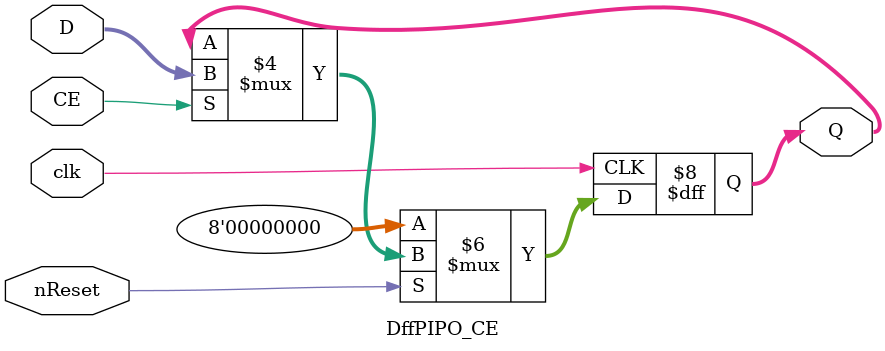
<source format=sv>
module DffPIPO_CE(
    input CE,
    input [7:0] D,
    input clk,
    input nReset,

    output reg [7:0] Q
);

always @(posedge clk ) begin
    if(nReset) begin
        if(CE==1)
            Q <= D;
    end
    else 
        Q <= 8'h00;
end
endmodule
</source>
